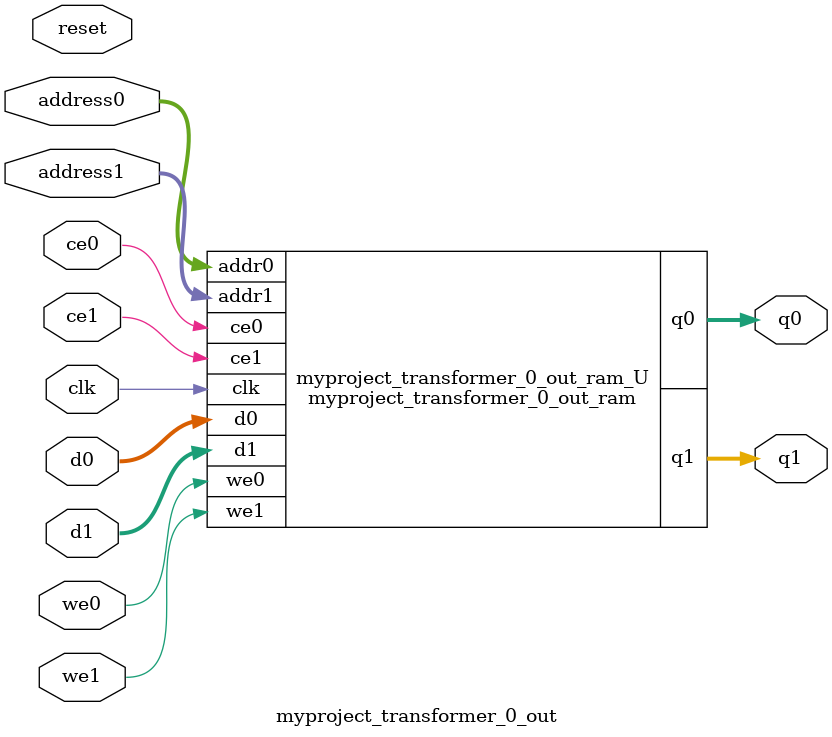
<source format=v>
`timescale 1 ns / 1 ps
module myproject_transformer_0_out_ram (addr0, ce0, d0, we0, q0, addr1, ce1, d1, we1, q1,  clk);

parameter DWIDTH = 35;
parameter AWIDTH = 5;
parameter MEM_SIZE = 32;

input[AWIDTH-1:0] addr0;
input ce0;
input[DWIDTH-1:0] d0;
input we0;
output reg[DWIDTH-1:0] q0;
input[AWIDTH-1:0] addr1;
input ce1;
input[DWIDTH-1:0] d1;
input we1;
output reg[DWIDTH-1:0] q1;
input clk;

(* ram_style = "block" *)reg [DWIDTH-1:0] ram[0:MEM_SIZE-1];




always @(posedge clk)  
begin 
    if (ce0) begin
        if (we0) 
            ram[addr0] <= d0; 
        q0 <= ram[addr0];
    end
end


always @(posedge clk)  
begin 
    if (ce1) begin
        if (we1) 
            ram[addr1] <= d1; 
        q1 <= ram[addr1];
    end
end


endmodule

`timescale 1 ns / 1 ps
module myproject_transformer_0_out(
    reset,
    clk,
    address0,
    ce0,
    we0,
    d0,
    q0,
    address1,
    ce1,
    we1,
    d1,
    q1);

parameter DataWidth = 32'd35;
parameter AddressRange = 32'd32;
parameter AddressWidth = 32'd5;
input reset;
input clk;
input[AddressWidth - 1:0] address0;
input ce0;
input we0;
input[DataWidth - 1:0] d0;
output[DataWidth - 1:0] q0;
input[AddressWidth - 1:0] address1;
input ce1;
input we1;
input[DataWidth - 1:0] d1;
output[DataWidth - 1:0] q1;



myproject_transformer_0_out_ram myproject_transformer_0_out_ram_U(
    .clk( clk ),
    .addr0( address0 ),
    .ce0( ce0 ),
    .we0( we0 ),
    .d0( d0 ),
    .q0( q0 ),
    .addr1( address1 ),
    .ce1( ce1 ),
    .we1( we1 ),
    .d1( d1 ),
    .q1( q1 ));

endmodule


</source>
